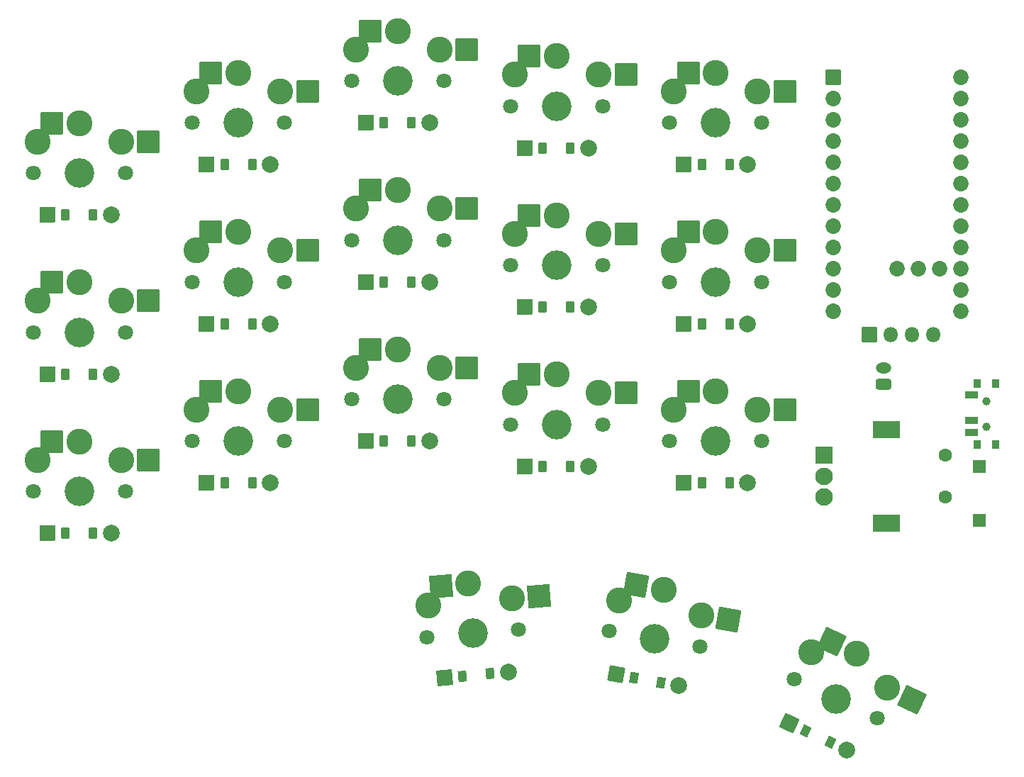
<source format=gbr>
%TF.GenerationSoftware,KiCad,Pcbnew,8.0.1*%
%TF.CreationDate,2024-03-26T11:55:02+01:00*%
%TF.ProjectId,main_board,6d61696e-5f62-46f6-9172-642e6b696361,v1.0.0*%
%TF.SameCoordinates,Original*%
%TF.FileFunction,Soldermask,Bot*%
%TF.FilePolarity,Negative*%
%FSLAX46Y46*%
G04 Gerber Fmt 4.6, Leading zero omitted, Abs format (unit mm)*
G04 Created by KiCad (PCBNEW 8.0.1) date 2024-03-26 11:55:02*
%MOMM*%
%LPD*%
G01*
G04 APERTURE LIST*
G04 Aperture macros list*
%AMRoundRect*
0 Rectangle with rounded corners*
0 $1 Rounding radius*
0 $2 $3 $4 $5 $6 $7 $8 $9 X,Y pos of 4 corners*
0 Add a 4 corners polygon primitive as box body*
4,1,4,$2,$3,$4,$5,$6,$7,$8,$9,$2,$3,0*
0 Add four circle primitives for the rounded corners*
1,1,$1+$1,$2,$3*
1,1,$1+$1,$4,$5*
1,1,$1+$1,$6,$7*
1,1,$1+$1,$8,$9*
0 Add four rect primitives between the rounded corners*
20,1,$1+$1,$2,$3,$4,$5,0*
20,1,$1+$1,$4,$5,$6,$7,0*
20,1,$1+$1,$6,$7,$8,$9,0*
20,1,$1+$1,$8,$9,$2,$3,0*%
G04 Aperture macros list end*
%ADD10RoundRect,0.050000X-0.889000X-0.889000X0.889000X-0.889000X0.889000X0.889000X-0.889000X0.889000X0*%
%ADD11RoundRect,0.050000X-0.450000X-0.600000X0.450000X-0.600000X0.450000X0.600000X-0.450000X0.600000X0*%
%ADD12C,2.005000*%
%ADD13RoundRect,0.050000X-1.600000X-1.000000X1.600000X-1.000000X1.600000X1.000000X-1.600000X1.000000X0*%
%ADD14C,1.600000*%
%ADD15RoundRect,0.050000X-1.000000X-1.000000X1.000000X-1.000000X1.000000X1.000000X-1.000000X1.000000X0*%
%ADD16C,2.100000*%
%ADD17C,1.801800*%
%ADD18C,3.100000*%
%ADD19C,3.529000*%
%ADD20RoundRect,0.050000X-1.300000X-1.300000X1.300000X-1.300000X1.300000X1.300000X-1.300000X1.300000X0*%
%ADD21RoundRect,0.050000X-1.505993X-1.054507X1.054507X-1.505993X1.505993X1.054507X-1.054507X1.505993X0*%
%ADD22RoundRect,0.050000X-1.181415X-0.430000X0.430000X-1.181415X1.181415X0.430000X-0.430000X1.181415X0*%
%ADD23RoundRect,0.050000X-0.661409X-0.353606X0.154268X-0.733963X0.661409X0.353606X-0.154268X0.733963X0*%
%ADD24RoundRect,0.050000X-1.181751X-1.408356X1.408356X-1.181751X1.181751X1.408356X-1.408356X1.181751X0*%
%ADD25RoundRect,0.050000X-1.029867X-0.721121X0.721121X-1.029867X1.029867X0.721121X-0.721121X1.029867X0*%
%ADD26RoundRect,0.050000X-0.547352X-0.512743X0.338975X-0.669026X0.547352X0.512743X-0.338975X0.669026X0*%
%ADD27RoundRect,0.050000X0.700000X-0.750000X0.700000X0.750000X-0.700000X0.750000X-0.700000X-0.750000X0*%
%ADD28RoundRect,0.050000X-0.876300X0.876300X-0.876300X-0.876300X0.876300X-0.876300X0.876300X0.876300X0*%
%ADD29C,1.852600*%
%ADD30RoundRect,0.050000X0.850000X0.850000X-0.850000X0.850000X-0.850000X-0.850000X0.850000X-0.850000X0*%
%ADD31O,1.800000X1.800000*%
%ADD32RoundRect,0.050000X-1.727604X-0.628796X0.628796X-1.727604X1.727604X0.628796X-0.628796X1.727604X0*%
%ADD33RoundRect,0.270833X0.654167X-0.379167X0.654167X0.379167X-0.654167X0.379167X-0.654167X-0.379167X0*%
%ADD34O,1.850000X1.300000*%
%ADD35RoundRect,0.050000X0.400000X-0.500000X0.400000X0.500000X-0.400000X0.500000X-0.400000X-0.500000X0*%
%ADD36RoundRect,0.050000X0.750000X-0.350000X0.750000X0.350000X-0.750000X0.350000X-0.750000X-0.350000X0*%
%ADD37C,1.000000*%
%ADD38RoundRect,0.050000X-0.808136X-0.963099X0.963099X-0.808136X0.808136X0.963099X-0.963099X0.808136X0*%
%ADD39RoundRect,0.050000X-0.395994X-0.636937X0.500581X-0.558497X0.395994X0.636937X-0.500581X0.558497X0*%
G04 APERTURE END LIST*
D10*
%TO.C,D3*%
X187190000Y-54250000D03*
D11*
X189350000Y-54250000D03*
X192650000Y-54250000D03*
D12*
X194810000Y-54250000D03*
%TD*%
D13*
%TO.C,ROT1*%
X287380000Y-79860000D03*
X287380000Y-91060000D03*
D14*
X294380000Y-82960000D03*
X294380000Y-87960000D03*
D15*
X279880000Y-82960000D03*
D16*
X279880000Y-87960000D03*
X279880000Y-85460000D03*
%TD*%
D17*
%TO.C,S3*%
X185500000Y-49250000D03*
D18*
X186000000Y-45500000D03*
X191000000Y-43300000D03*
X191000000Y-43300000D03*
D19*
X191000000Y-49250000D03*
D18*
X196000000Y-45500000D03*
D17*
X196500000Y-49250000D03*
D20*
X187725000Y-43300000D03*
X199275000Y-45500000D03*
%TD*%
D17*
%TO.C,S17*%
X254301363Y-103912371D03*
D18*
X255444948Y-100306166D03*
X260751013Y-99007830D03*
X260751013Y-99007830D03*
D19*
X259717806Y-104867436D03*
D18*
X265293025Y-102042648D03*
D17*
X265134249Y-105822501D03*
D21*
X257525767Y-98439132D03*
X268518271Y-102611346D03*
%TD*%
D22*
%TO.C,D18*%
X275759281Y-114933613D03*
D23*
X277716906Y-115846469D03*
X280707722Y-117241109D03*
D12*
X282665347Y-118153965D03*
%TD*%
D17*
%TO.C,S1*%
X185500000Y-87250000D03*
D18*
X186000000Y-83500000D03*
X191000000Y-81300000D03*
X191000000Y-81300000D03*
D19*
X191000000Y-87250000D03*
D18*
X196000000Y-83500000D03*
D17*
X196500000Y-87250000D03*
D20*
X187725000Y-81300000D03*
X199275000Y-83500000D03*
%TD*%
D17*
%TO.C,S16*%
X232498682Y-104689061D03*
D18*
X232669942Y-100909753D03*
X237459176Y-98282346D03*
X237459176Y-98282346D03*
D19*
X237977753Y-104209704D03*
D18*
X242631892Y-100038195D03*
D17*
X243456824Y-103730347D03*
D24*
X234196639Y-98567781D03*
X245894430Y-99752760D03*
%TD*%
D17*
%TO.C,S15*%
X261500000Y-43250000D03*
D18*
X262000000Y-39500000D03*
X267000000Y-37300000D03*
X267000000Y-37300000D03*
D19*
X267000000Y-43250000D03*
D18*
X272000000Y-39500000D03*
D17*
X272500000Y-43250000D03*
D20*
X263725000Y-37300000D03*
X275275000Y-39500000D03*
%TD*%
D10*
%TO.C,D15*%
X263190000Y-48250000D03*
D11*
X265350000Y-48250000D03*
X268650000Y-48250000D03*
D12*
X270810000Y-48250000D03*
%TD*%
D17*
%TO.C,S14*%
X261500000Y-62250000D03*
D18*
X262000000Y-58500000D03*
X267000000Y-56300000D03*
X267000000Y-56300000D03*
D19*
X267000000Y-62250000D03*
D18*
X272000000Y-58500000D03*
D17*
X272500000Y-62250000D03*
D20*
X263725000Y-56300000D03*
X275275000Y-58500000D03*
%TD*%
D17*
%TO.C,S9*%
X223500000Y-38250000D03*
D18*
X224000000Y-34500000D03*
X229000000Y-32300000D03*
X229000000Y-32300000D03*
D19*
X229000000Y-38250000D03*
D18*
X234000000Y-34500000D03*
D17*
X234500000Y-38250000D03*
D20*
X225725000Y-32300000D03*
X237275000Y-34500000D03*
%TD*%
D25*
%TO.C,D17*%
X255097445Y-109129875D03*
D26*
X257224632Y-109504956D03*
X260474498Y-110077994D03*
D12*
X262601685Y-110453075D03*
%TD*%
D10*
%TO.C,D8*%
X225190000Y-62250000D03*
D11*
X227350000Y-62250000D03*
X230650000Y-62250000D03*
D12*
X232810000Y-62250000D03*
%TD*%
D17*
%TO.C,S10*%
X242500000Y-79250000D03*
D18*
X243000000Y-75500000D03*
X248000000Y-73300000D03*
X248000000Y-73300000D03*
D19*
X248000000Y-79250000D03*
D18*
X253000000Y-75500000D03*
D17*
X253500000Y-79250000D03*
D20*
X244725000Y-73300000D03*
X256275000Y-75500000D03*
%TD*%
D10*
%TO.C,D6*%
X206190000Y-48250000D03*
D11*
X208350000Y-48250000D03*
X211650000Y-48250000D03*
D12*
X213810000Y-48250000D03*
%TD*%
D10*
%TO.C,D4*%
X206190000Y-86250000D03*
D11*
X208350000Y-86250000D03*
X211650000Y-86250000D03*
D12*
X213810000Y-86250000D03*
%TD*%
D17*
%TO.C,S4*%
X204500000Y-81250000D03*
D18*
X205000000Y-77500000D03*
X210000000Y-75300000D03*
X210000000Y-75300000D03*
D19*
X210000000Y-81250000D03*
D18*
X215000000Y-77500000D03*
D17*
X215500000Y-81250000D03*
D20*
X206725000Y-75300000D03*
X218275000Y-77500000D03*
%TD*%
D17*
%TO.C,S6*%
X204500000Y-43250000D03*
D18*
X205000000Y-39500000D03*
X210000000Y-37300000D03*
X210000000Y-37300000D03*
D19*
X210000000Y-43250000D03*
D18*
X215000000Y-39500000D03*
D17*
X215500000Y-43250000D03*
D20*
X206725000Y-37300000D03*
X218275000Y-39500000D03*
%TD*%
D10*
%TO.C,D5*%
X206190000Y-67250000D03*
D11*
X208350000Y-67250000D03*
X211650000Y-67250000D03*
D12*
X213810000Y-67250000D03*
%TD*%
D10*
%TO.C,D12*%
X244190000Y-46250000D03*
D11*
X246350000Y-46250000D03*
X249650000Y-46250000D03*
D12*
X251810000Y-46250000D03*
%TD*%
D27*
%TO.C,S19*%
X298500000Y-90750000D03*
X298500000Y-84250000D03*
%TD*%
D17*
%TO.C,S11*%
X242500000Y-60250000D03*
D18*
X243000000Y-56500000D03*
X248000000Y-54300000D03*
X248000000Y-54300000D03*
D19*
X248000000Y-60250000D03*
D18*
X253000000Y-56500000D03*
D17*
X253500000Y-60250000D03*
D20*
X244725000Y-54300000D03*
X256275000Y-56500000D03*
%TD*%
D10*
%TO.C,D1*%
X187190000Y-92250000D03*
D11*
X189350000Y-92250000D03*
X192650000Y-92250000D03*
D12*
X194810000Y-92250000D03*
%TD*%
D10*
%TO.C,D9*%
X225190000Y-43250000D03*
D11*
X227350000Y-43250000D03*
X230650000Y-43250000D03*
D12*
X232810000Y-43250000D03*
%TD*%
D17*
%TO.C,S8*%
X223500000Y-57250000D03*
D18*
X224000000Y-53500000D03*
X229000000Y-51300000D03*
X229000000Y-51300000D03*
D19*
X229000000Y-57250000D03*
D18*
X234000000Y-53500000D03*
D17*
X234500000Y-57250000D03*
D20*
X225725000Y-51300000D03*
X237275000Y-53500000D03*
%TD*%
D10*
%TO.C,D10*%
X244190000Y-84250000D03*
D11*
X246350000Y-84250000D03*
X249650000Y-84250000D03*
D12*
X251810000Y-84250000D03*
%TD*%
D28*
%TO.C,MCU1*%
X280980000Y-37780000D03*
D29*
X280980000Y-40320000D03*
X280980000Y-42860000D03*
X280980000Y-45400000D03*
X280980000Y-47940000D03*
X280980000Y-50480000D03*
X280980000Y-53020000D03*
X280980000Y-55560000D03*
X280980000Y-58100000D03*
X280980000Y-60640000D03*
X280980000Y-63180000D03*
X280980000Y-65720000D03*
X296220000Y-37780000D03*
X296220000Y-40320000D03*
X296220000Y-42860000D03*
X296220000Y-45400000D03*
X296220000Y-47940000D03*
X296220000Y-50480000D03*
X296220000Y-53020000D03*
X296220000Y-55560000D03*
X296220000Y-58100000D03*
X296220000Y-60640000D03*
X296220000Y-63180000D03*
X296220000Y-65720000D03*
X293680000Y-60640000D03*
X291140000Y-60640000D03*
X288600000Y-60640000D03*
%TD*%
D17*
%TO.C,S7*%
X223500000Y-76250000D03*
D18*
X224000000Y-72500000D03*
X229000000Y-70300000D03*
X229000000Y-70300000D03*
D19*
X229000000Y-76250000D03*
D18*
X234000000Y-72500000D03*
D17*
X234500000Y-76250000D03*
D20*
X225725000Y-70300000D03*
X237275000Y-72500000D03*
%TD*%
D30*
%TO.C,OLED1*%
X285380000Y-68500000D03*
D31*
X287920000Y-68500000D03*
X290460000Y-68500000D03*
X293000000Y-68500000D03*
%TD*%
D17*
%TO.C,S18*%
X276340712Y-109687850D03*
D18*
X278378685Y-106500504D03*
X283839984Y-106619719D03*
X283839984Y-106619719D03*
D19*
X281325405Y-112012250D03*
D18*
X287441762Y-110726687D03*
D17*
X286310098Y-114336650D03*
D32*
X280871826Y-105235644D03*
X290409920Y-112110762D03*
%TD*%
D33*
%TO.C,_1*%
X287050000Y-74500000D03*
D34*
X287050000Y-72500000D03*
%TD*%
D10*
%TO.C,D14*%
X263190000Y-67250000D03*
D11*
X265350000Y-67250000D03*
X268650000Y-67250000D03*
D12*
X270810000Y-67250000D03*
%TD*%
D10*
%TO.C,D13*%
X263190000Y-86250000D03*
D11*
X265350000Y-86250000D03*
X268650000Y-86250000D03*
D12*
X270810000Y-86250000D03*
%TD*%
D17*
%TO.C,S13*%
X261500000Y-81250000D03*
D18*
X262000000Y-77500000D03*
X267000000Y-75300000D03*
X267000000Y-75300000D03*
D19*
X267000000Y-81250000D03*
D18*
X272000000Y-77500000D03*
D17*
X272500000Y-81250000D03*
D20*
X263725000Y-75300000D03*
X275275000Y-77500000D03*
%TD*%
D10*
%TO.C,D7*%
X225190000Y-81250000D03*
D11*
X227350000Y-81250000D03*
X230650000Y-81250000D03*
D12*
X232810000Y-81250000D03*
%TD*%
D17*
%TO.C,S2*%
X185500000Y-68250000D03*
D18*
X186000000Y-64500000D03*
X191000000Y-62300000D03*
X191000000Y-62300000D03*
D19*
X191000000Y-68250000D03*
D18*
X196000000Y-64500000D03*
D17*
X196500000Y-68250000D03*
D20*
X187725000Y-62300000D03*
X199275000Y-64500000D03*
%TD*%
D35*
%TO.C,T1*%
X298220000Y-81650000D03*
X300430000Y-81650000D03*
D36*
X297570000Y-80250000D03*
D37*
X299330000Y-79500000D03*
X299330000Y-79500000D03*
X299330000Y-76500000D03*
X299330000Y-76500000D03*
D35*
X298220000Y-74350000D03*
X300430000Y-74350000D03*
D36*
X297570000Y-75750000D03*
X297570000Y-78750000D03*
%TD*%
D10*
%TO.C,D2*%
X187190000Y-73250000D03*
D11*
X189350000Y-73250000D03*
X192650000Y-73250000D03*
D12*
X194810000Y-73250000D03*
%TD*%
D17*
%TO.C,S12*%
X242500000Y-41250000D03*
D18*
X243000000Y-37500000D03*
X248000000Y-35300000D03*
X248000000Y-35300000D03*
D19*
X248000000Y-41250000D03*
D18*
X253000000Y-37500000D03*
D17*
X253500000Y-41250000D03*
D20*
X244725000Y-35300000D03*
X256275000Y-37500000D03*
%TD*%
D17*
%TO.C,S5*%
X204500000Y-62250000D03*
D18*
X205000000Y-58500000D03*
X210000000Y-56300000D03*
X210000000Y-56300000D03*
D19*
X210000000Y-62250000D03*
D18*
X215000000Y-58500000D03*
D17*
X215500000Y-62250000D03*
D20*
X206725000Y-56300000D03*
X218275000Y-58500000D03*
%TD*%
D10*
%TO.C,D11*%
X244190000Y-65250000D03*
D11*
X246350000Y-65250000D03*
X249650000Y-65250000D03*
D12*
X251810000Y-65250000D03*
%TD*%
D38*
%TO.C,D16*%
X234618030Y-109522740D03*
D39*
X236769811Y-109334484D03*
X240057253Y-109046870D03*
D12*
X242209034Y-108858614D03*
%TD*%
M02*

</source>
